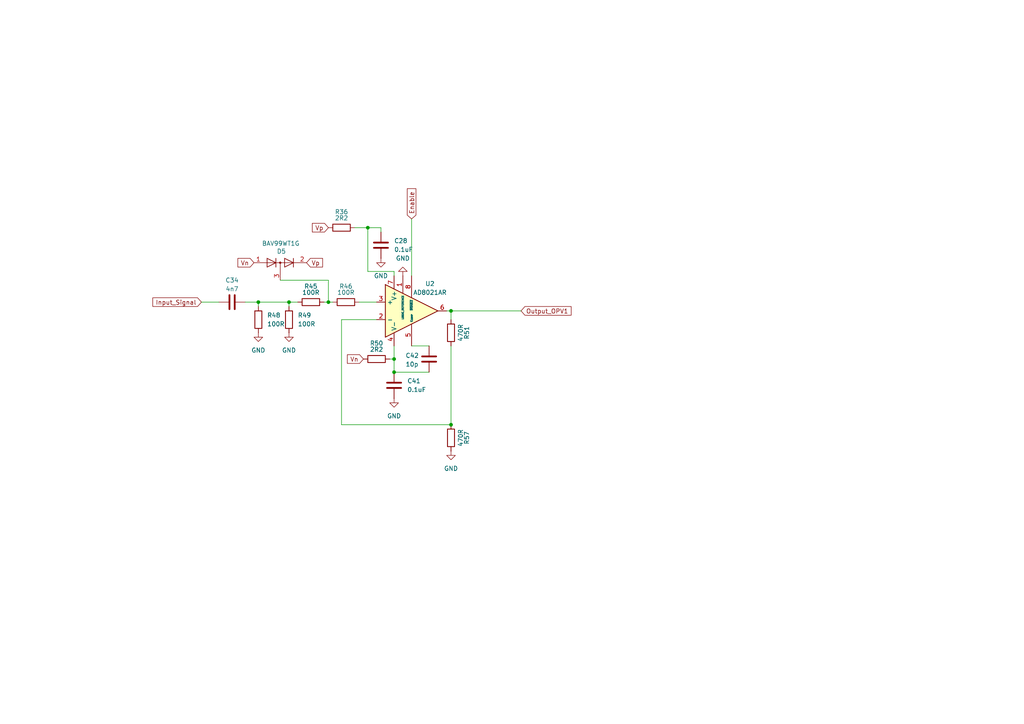
<source format=kicad_sch>
(kicad_sch (version 20231120) (generator "eeschema") (generator_version "8.0")
  (paper "A4")
  (lib_symbols
    (symbol "Amplifier_Operational:AD8021AR"
      (property "Reference" "U" (at 1.27 7.62 0))
      (property "Value" "AD8021AR" (at 1.27 5.08 0))
      (symbol "AD8021AR_0_1"
        (polyline (pts (xy -7.62 7.62) (xy 7.62 0) (xy -7.62 -7.62) (xy -7.62 7.62)) (stroke (width 0.254)) (fill (type background)))
      )
      (symbol "AD8021AR_1_1"
        (pin input line (at -2.54 10.16 270) (length 5.08) (name "LOGIC_REFERENCE") (number "1"))
        (pin input line (at -10.16 -2.54 0) (length 2.54) (name "-") (number "2"))
        (pin input line (at -10.16 2.54 0) (length 2.54) (name "+") (number "3"))
        (pin power_in line (at -5.08 -10.16 90) (length 3.81) (name "V-") (number "4"))
        (pin passive line (at 0 -10.16 90) (length 6.35) (name "C_{COMP}") (number "5"))
        (pin output line (at 10.16 0 180) (length 2.54) (name "~") (number "6"))
        (pin power_in line (at -5.08 10.16 270) (length 3.81) (name "V+") (number "7"))
        (pin input line (at 0 10.16 270) (length 6.35) (name "~{DISABLE}") (number "8"))
      )
    )
    (symbol "Device:C" (pin_numbers hide) (pin_names (offset 0.254))
      (property "Reference" "C" (at 0.635 2.54 0))
      (property "Value" "C" (at 0.635 -2.54 0))
      (symbol "C_0_1"
        (polyline (pts (xy -2.032 -0.762) (xy 2.032 -0.762)) (stroke (width 0.508)))
        (polyline (pts (xy -2.032 0.762) (xy 2.032 0.762)) (stroke (width 0.508)))
      )
      (symbol "C_1_1"
        (pin passive line (at 0 3.81 270) (length 2.794) (name "~") (number "1"))
        (pin passive line (at 0 -3.81 90) (length 2.794) (name "~") (number "2"))
      )
    )
    (symbol "Device:R" (pin_numbers hide) (pin_names (offset 0))
      (property "Reference" "R" (at 2.032 0 90))
      (property "Value" "R" (at 0 0 90))
      (symbol "R_0_1"
        (rectangle (start -1.016 -2.54) (end 1.016 2.54) (stroke (width 0.254)))
      )
      (symbol "R_1_1"
        (pin passive line (at 0 3.81 270) (length 1.27) (name "~") (number "1"))
        (pin passive line (at 0 -3.81 90) (length 1.27) (name "~") (number "2"))
      )
    )
    (symbol "Diode:BAV99" (pin_names hide)
      (property "Reference" "D" (at 0 5.08 0))
      (property "Value" "BAV99" (at 0 2.54 0))
      (symbol "BAV99_0_1"
        (polyline (pts (xy -5.08 0) (xy 5.08 0)))
      )
      (symbol "BAV99_1_1"
        (polyline (pts (xy 0 0) (xy 0 -2.54)))
        (polyline (pts (xy -1.27 -1.27) (xy -1.27 1.27) (xy -1.27 1.27)) (stroke (width 0.2032)))
        (polyline (pts (xy 3.81 1.27) (xy 3.81 -1.27) (xy 3.81 -1.27)) (stroke (width 0.2032)))
        (polyline (pts (xy -3.81 1.27) (xy -1.27 0) (xy -3.81 -1.27) (xy -3.81 1.27) (xy -3.81 1.27) (xy -3.81 1.27)) (stroke (width 0.2032)))
        (polyline (pts (xy 1.27 1.27) (xy 3.81 0) (xy 1.27 -1.27) (xy 1.27 1.27) (xy 1.27 1.27) (xy 1.27 1.27)) (stroke (width 0.2032)))
        (circle (center 0 0) (radius 0.254) (fill (type outline)))
        (pin passive line (at -7.62 0 0) (length 2.54) (name "K") (number "1"))
        (pin passive line (at 7.62 0 180) (length 2.54) (name "A") (number "2"))
        (pin passive line (at 0 -5.08 90) (length 2.54) (name "K") (number "3"))
      )
    )
    (symbol "power:GND" (power) (pin_numbers hide) (pin_names (offset 0) hide)
      (property "Value" "GND" (at 0 -3.81 0))
      (symbol "GND_0_1"
        (polyline (pts (xy 0 0) (xy 0 -1.27) (xy 1.27 -1.27) (xy 0 -2.54) (xy -1.27 -1.27) (xy 0 -1.27)))
      )
      (symbol "GND_1_1"
        (pin power_in line (at 0 0 270) (length 0) (name "~") (number "1"))
      )
    )
  )
  (junction (at 95.25 87.63))
  (junction (at 114.3 104.14))
  (junction (at 74.93 87.63))
  (junction (at 106.68 66.04))
  (junction (at 130.81 123.19))
  (junction (at 130.81 90.17))
  (junction (at 83.82 87.63))
  (junction (at 114.3 107.95))
  (wire (pts (xy 130.81 90.17) (xy 151.13 90.17)))
  (wire (pts (xy 99.06 92.71) (xy 109.22 92.71)))
  (wire (pts (xy 99.06 123.19) (xy 130.81 123.19)))
  (wire (pts (xy 124.46 100.33) (xy 119.38 100.33)))
  (wire (pts (xy 104.14 87.63) (xy 109.22 87.63)))
  (wire (pts (xy 114.3 80.01) (xy 114.3 78.74)))
  (wire (pts (xy 74.93 87.63) (xy 83.82 87.63)))
  (wire (pts (xy 95.25 81.28) (xy 95.25 87.63)))
  (wire (pts (xy 93.98 87.63) (xy 95.25 87.63)))
  (wire (pts (xy 110.49 66.04) (xy 106.68 66.04)))
  (wire (pts (xy 106.68 78.74) (xy 106.68 66.04)))
  (wire (pts (xy 114.3 100.33) (xy 114.3 104.14)))
  (wire (pts (xy 113.03 104.14) (xy 114.3 104.14)))
  (wire (pts (xy 71.12 87.63) (xy 74.93 87.63)))
  (wire (pts (xy 114.3 107.95) (xy 124.46 107.95)))
  (wire (pts (xy 119.38 63.5) (xy 119.38 80.01)))
  (wire (pts (xy 114.3 104.14) (xy 114.3 107.95)))
  (wire (pts (xy 58.42 87.63) (xy 63.5 87.63)))
  (wire (pts (xy 106.68 66.04) (xy 102.87 66.04)))
  (wire (pts (xy 83.82 87.63) (xy 86.36 87.63)))
  (wire (pts (xy 83.82 87.63) (xy 83.82 88.9)))
  (wire (pts (xy 114.3 78.74) (xy 106.68 78.74)))
  (wire (pts (xy 110.49 67.31) (xy 110.49 66.04)))
  (wire (pts (xy 74.93 87.63) (xy 74.93 88.9)))
  (wire (pts (xy 95.25 87.63) (xy 96.52 87.63)))
  (wire (pts (xy 130.81 90.17) (xy 130.81 92.71)))
  (wire (pts (xy 99.06 92.71) (xy 99.06 123.19)))
  (wire (pts (xy 130.81 100.33) (xy 130.81 123.19)))
  (wire (pts (xy 81.28 81.28) (xy 95.25 81.28)))
  (wire (pts (xy 129.54 90.17) (xy 130.81 90.17)))
  (global_label "Vp" (shape input) (at 88.9 76.2 0) (property "Intersheetrefs" "${INTERSHEET_REFS}" (effects (hide yes))))
  (global_label "Vp" (shape input) (at 95.25 66.04 180) (property "Intersheetrefs" "${INTERSHEET_REFS}" (effects (hide yes))))
  (global_label "Output_OPV1" (shape input) (at 151.13 90.17 0) (property "Intersheetrefs" "${INTERSHEET_REFS}" (effects (hide yes))))
  (global_label "Input_Signal" (shape input) (at 58.42 87.63 180) (property "Intersheetrefs" "${INTERSHEET_REFS}" (effects (hide yes))))
  (global_label "Enable" (shape input) (at 119.38 63.5 90) (property "Intersheetrefs" "${INTERSHEET_REFS}" (effects (hide yes))))
  (global_label "Vn" (shape input) (at 105.41 104.14 180) (property "Intersheetrefs" "${INTERSHEET_REFS}" (effects (hide yes))))
  (global_label "Vn" (shape input) (at 73.66 76.2 180) (property "Intersheetrefs" "${INTERSHEET_REFS}" (effects (hide yes))))
  (symbol (lib_id "Diode:BAV99") (at 81.28 76.2 0) (unit 1)
    (property "Reference" "D5" (at 80.264 72.898 0) (effects (justify left)))
    (property "Value" "BAV99WT1G" (at 75.946 70.612 0) (effects (justify left)))
    (property "Footprint" "Package_TO_SOT_SMD:SOT-323_SC-70" (effects (hide yes)))
    (property "Datasheet" "https://assets.nexperia.com/documents/data-sheet/BAV99_SER.pdf" (effects (hide yes)))
    (property "Description" "BAV99 High-speed switching diodes, SOT-23" (effects (hide yes)))
  )
  (symbol (lib_id "Device:C") (at 67.31 87.63 90) (unit 1)
    (property "Reference" "C34" (at 67.31 81.28 90))
    (property "Value" "4n7" (at 67.31 83.82 90))
    (property "Footprint" "Capacitor_SMD:C_0603_1608Metric_Pad1.08x0.95mm_HandSolder" (effects (hide yes)))
    (property "Description" "Unpolarized capacitor" (effects (hide yes)))
  )
  (symbol (lib_id "power:GND") (at 74.93 96.52 0) (unit 1)
    (property "Reference" "#PWR016" (effects (hide yes)))
    (property "Value" "GND" (at 74.93 101.6 0))
    (property "Description" "Power symbol creates a global label with name \"GND\" , ground" (effects (hide yes)))
  )
  (symbol (lib_id "power:GND") (at 114.3 115.57 0) (unit 1)
    (property "Reference" "#PWR019" (effects (hide yes)))
    (property "Value" "GND" (at 114.3 120.65 0))
    (property "Description" "Power symbol creates a global label with name \"GND\" , ground" (effects (hide yes)))
  )
  (symbol (lib_id "power:GND") (at 110.49 74.93 0) (unit 1)
    (property "Reference" "#PWR018" (effects (hide yes)))
    (property "Value" "GND" (at 110.49 80.01 0))
    (property "Description" "Power symbol creates a global label with name \"GND\" , ground" (effects (hide yes)))
  )
  (symbol (lib_id "power:GND") (at 116.84 80.01 180) (unit 1)
    (property "Reference" "#PWR020" (effects (hide yes)))
    (property "Value" "GND" (at 116.84 74.93 0))
    (property "Description" "Power symbol creates a global label with name \"GND\" , ground" (effects (hide yes)))
  )
  (symbol (lib_id "Device:R") (at 130.81 96.52 180) (unit 1)
    (property "Reference" "R51" (at 135.382 96.52 90))
    (property "Value" "470R" (at 133.604 96.52 90))
    (property "Footprint" "Resistor_SMD:R_0603_1608Metric_Pad0.98x0.95mm_HandSolder" (effects (hide yes)))
    (property "Description" "Resistor" (effects (hide yes)))
  )
  (symbol (lib_id "Device:R") (at 90.17 87.63 270) (unit 1)
    (property "Reference" "R45" (at 90.17 83.058 90))
    (property "Value" "100R" (at 90.17 84.836 90))
    (property "Footprint" "Resistor_SMD:R_0603_1608Metric_Pad0.98x0.95mm_HandSolder" (effects (hide yes)))
    (property "Description" "Resistor" (effects (hide yes)))
  )
  (symbol (lib_id "power:GND") (at 130.81 130.81 0) (unit 1)
    (property "Reference" "#PWR021" (effects (hide yes)))
    (property "Value" "GND" (at 130.81 135.89 0))
    (property "Description" "Power symbol creates a global label with name \"GND\" , ground" (effects (hide yes)))
  )
  (symbol (lib_id "Device:R") (at 130.81 127 180) (unit 1)
    (property "Reference" "R57" (at 135.382 127 90))
    (property "Value" "470R" (at 133.604 127 90))
    (property "Footprint" "Resistor_SMD:R_0603_1608Metric_Pad0.98x0.95mm_HandSolder" (effects (hide yes)))
    (property "Description" "Resistor" (effects (hide yes)))
  )
  (symbol (lib_id "Device:R") (at 100.33 87.63 270) (unit 1)
    (property "Reference" "R46" (at 100.33 83.058 90))
    (property "Value" "100R" (at 100.33 84.836 90))
    (property "Footprint" "Resistor_SMD:R_0603_1608Metric_Pad0.98x0.95mm_HandSolder" (effects (hide yes)))
    (property "Description" "Resistor" (effects (hide yes)))
  )
  (symbol (lib_id "Device:R") (at 99.06 66.04 270) (unit 1)
    (property "Reference" "R36" (at 99.06 61.468 90))
    (property "Value" "2R2" (at 99.06 63.246 90))
    (property "Footprint" "Resistor_SMD:R_0603_1608Metric_Pad0.98x0.95mm_HandSolder" (effects (hide yes)))
    (property "Description" "Resistor" (effects (hide yes)))
  )
  (symbol (lib_id "Device:C") (at 110.49 71.12 0) (unit 1)
    (property "Reference" "C28" (at 114.3 69.8499 0) (effects (justify left)))
    (property "Value" "0.1uF" (at 114.3 72.3899 0) (effects (justify left)))
    (property "Footprint" "Capacitor_SMD:C_0603_1608Metric_Pad1.08x0.95mm_HandSolder" (effects (hide yes)))
    (property "Description" "Unpolarized capacitor" (effects (hide yes)))
  )
  (symbol (lib_id "Device:C") (at 114.3 111.76 0) (unit 1)
    (property "Reference" "C41" (at 118.11 110.4899 0) (effects (justify left)))
    (property "Value" "0.1uF" (at 118.11 113.0299 0) (effects (justify left)))
    (property "Footprint" "Capacitor_SMD:C_0603_1608Metric_Pad1.08x0.95mm_HandSolder" (effects (hide yes)))
    (property "Description" "Unpolarized capacitor" (effects (hide yes)))
  )
  (symbol (lib_id "Device:R") (at 74.93 92.71 0) (unit 1)
    (property "Reference" "R48" (at 77.47 91.4399 0) (effects (justify left)))
    (property "Value" "100R" (at 77.47 93.9799 0) (effects (justify left)))
    (property "Footprint" "Resistor_SMD:R_0603_1608Metric_Pad0.98x0.95mm_HandSolder" (effects (hide yes)))
    (property "Description" "Resistor" (effects (hide yes)))
  )
  (symbol (lib_id "Device:C") (at 124.46 104.14 0) (unit 1)
    (property "Reference" "C42" (at 117.602 103.124 0) (effects (justify left)))
    (property "Value" "10p" (at 117.602 105.664 0) (effects (justify left)))
    (property "Footprint" "Capacitor_SMD:C_0603_1608Metric_Pad1.08x0.95mm_HandSolder" (effects (hide yes)))
    (property "Description" "Unpolarized capacitor" (effects (hide yes)))
  )
  (symbol (lib_id "Device:R") (at 83.82 92.71 0) (unit 1)
    (property "Reference" "R49" (at 86.36 91.4399 0) (effects (justify left)))
    (property "Value" "100R" (at 86.36 93.9799 0) (effects (justify left)))
    (property "Footprint" "Resistor_SMD:R_0603_1608Metric_Pad0.98x0.95mm_HandSolder" (effects (hide yes)))
    (property "Description" "Resistor" (effects (hide yes)))
  )
  (symbol (lib_id "power:GND") (at 83.82 96.52 0) (unit 1)
    (property "Reference" "#PWR017" (effects (hide yes)))
    (property "Value" "GND" (at 83.82 101.6 0))
    (property "Description" "Power symbol creates a global label with name \"GND\" , ground" (effects (hide yes)))
  )
  (symbol (lib_id "Amplifier_Operational:AD8021AR") (at 119.38 90.17 0) (unit 1)
    (property "Reference" "U2" (at 124.714 82.296 0))
    (property "Value" "AD8021AR" (at 124.714 84.836 0))
    (property "Footprint" "Package_SO:SOIC-8_3.9x4.9mm_P1.27mm" (effects (hide yes)))
    (property "Datasheet" "https://www.analog.com/media/en/technical-documentation/data-sheets/AD8021.pdf" (effects (hide yes)))
    (property "Description" "Operational Amplifier, 4.5-24V single/dual supply, low noise, high speed, SOIC-8" (effects (hide yes)))
  )
  (symbol (lib_id "Device:R") (at 109.22 104.14 270) (unit 1)
    (property "Reference" "R50" (at 109.22 99.568 90))
    (property "Value" "2R2" (at 109.22 101.346 90))
    (property "Footprint" "Resistor_SMD:R_0603_1608Metric_Pad0.98x0.95mm_HandSolder" (effects (hide yes)))
    (property "Description" "Resistor" (effects (hide yes)))
  )
)
</source>
